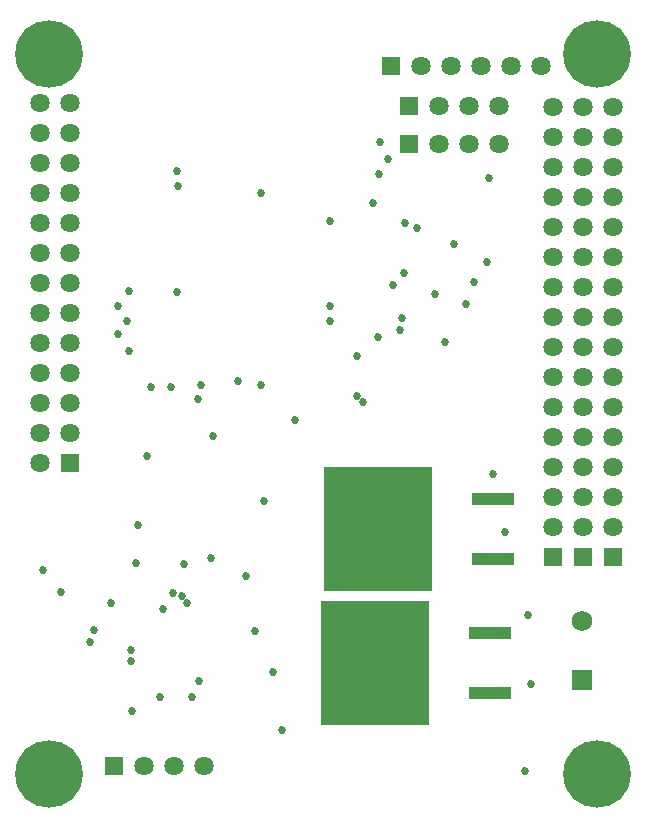
<source format=gbs>
G04*
G04 #@! TF.GenerationSoftware,Altium Limited,Altium Designer,20.1.14 (287)*
G04*
G04 Layer_Color=16711935*
%FSLAX24Y24*%
%MOIN*%
G70*
G04*
G04 #@! TF.SameCoordinates,D1A17965-E816-498F-87AB-38A2C5CE3A16*
G04*
G04*
G04 #@! TF.FilePolarity,Negative*
G04*
G01*
G75*
%ADD81C,0.0641*%
%ADD82R,0.0641X0.0641*%
%ADD83R,0.0641X0.0641*%
%ADD84C,0.0680*%
%ADD85R,0.0680X0.0680*%
%ADD86C,0.2250*%
%ADD87C,0.0270*%
%ADD101R,0.1428X0.0424*%
%ADD102R,0.3593X0.4125*%
D81*
X30050Y34900D02*
D03*
X29050D02*
D03*
X28050D02*
D03*
X27050D02*
D03*
X26050D02*
D03*
X32458Y33504D02*
D03*
Y32504D02*
D03*
Y31504D02*
D03*
Y30504D02*
D03*
Y29504D02*
D03*
Y28504D02*
D03*
Y27504D02*
D03*
Y26504D02*
D03*
Y25504D02*
D03*
Y24504D02*
D03*
Y23504D02*
D03*
Y22504D02*
D03*
Y21504D02*
D03*
Y20504D02*
D03*
Y19504D02*
D03*
X31458Y33504D02*
D03*
Y32504D02*
D03*
Y31504D02*
D03*
Y30504D02*
D03*
Y29504D02*
D03*
Y28504D02*
D03*
Y27504D02*
D03*
Y26504D02*
D03*
Y25504D02*
D03*
Y24504D02*
D03*
Y23504D02*
D03*
Y22504D02*
D03*
Y21504D02*
D03*
Y20504D02*
D03*
Y19504D02*
D03*
X30458Y33504D02*
D03*
Y32504D02*
D03*
Y31504D02*
D03*
Y30504D02*
D03*
Y29504D02*
D03*
Y28504D02*
D03*
Y27504D02*
D03*
Y26504D02*
D03*
Y25504D02*
D03*
Y24504D02*
D03*
Y23504D02*
D03*
Y22504D02*
D03*
Y21504D02*
D03*
Y20504D02*
D03*
Y19504D02*
D03*
X26650Y33550D02*
D03*
X27650D02*
D03*
X28650D02*
D03*
X13350Y21650D02*
D03*
X14350Y22650D02*
D03*
X13350D02*
D03*
X14350Y23650D02*
D03*
X13350D02*
D03*
X14350Y24650D02*
D03*
X13350D02*
D03*
X14350Y25650D02*
D03*
X13350D02*
D03*
X14350Y26650D02*
D03*
X13350D02*
D03*
X14350Y27650D02*
D03*
X13350D02*
D03*
X14350Y28650D02*
D03*
X13350D02*
D03*
X14350Y29650D02*
D03*
X13350D02*
D03*
X14350Y30650D02*
D03*
X13350D02*
D03*
X14350Y31650D02*
D03*
X13350D02*
D03*
X14350Y32650D02*
D03*
X13350D02*
D03*
X14350Y33650D02*
D03*
X13350D02*
D03*
X18800Y11550D02*
D03*
X17800D02*
D03*
X16800D02*
D03*
X28650Y32300D02*
D03*
X27650D02*
D03*
X26650D02*
D03*
D82*
X25050Y34900D02*
D03*
X25650Y33550D02*
D03*
X15800Y11550D02*
D03*
X25650Y32300D02*
D03*
D83*
X32458Y18504D02*
D03*
X31458D02*
D03*
X30458D02*
D03*
X14350Y21650D02*
D03*
D84*
X31400Y16384D02*
D03*
D85*
Y14416D02*
D03*
D86*
X31900Y11300D02*
D03*
Y35300D02*
D03*
X13650D02*
D03*
Y11300D02*
D03*
D87*
X17950Y30900D02*
D03*
X16300Y25400D02*
D03*
X15950Y25950D02*
D03*
X24650Y31300D02*
D03*
X24604Y25857D02*
D03*
X18700Y24250D02*
D03*
X20700D02*
D03*
X23000Y26400D02*
D03*
X19950Y24386D02*
D03*
X23900Y25216D02*
D03*
X18627Y23773D02*
D03*
X15929Y26898D02*
D03*
X17909Y31398D02*
D03*
X24445Y30317D02*
D03*
X25350Y26100D02*
D03*
X17700Y24200D02*
D03*
X17900Y27350D02*
D03*
X22997Y29703D02*
D03*
X16300Y27400D02*
D03*
X23000Y26900D02*
D03*
X16250Y26400D02*
D03*
X20700Y30650D02*
D03*
X25925Y29500D02*
D03*
X25506Y29644D02*
D03*
X27140Y28965D02*
D03*
X27800Y27700D02*
D03*
X17779Y17321D02*
D03*
X17450Y16800D02*
D03*
X16376Y15415D02*
D03*
X18259Y17000D02*
D03*
X16363Y15061D02*
D03*
X18073Y17227D02*
D03*
X17050Y24200D02*
D03*
X16600Y19600D02*
D03*
X16900Y21900D02*
D03*
X15700Y17000D02*
D03*
X14050Y17350D02*
D03*
X19050Y18500D02*
D03*
X18150Y18300D02*
D03*
X24692Y32359D02*
D03*
X24950Y31800D02*
D03*
X13450Y18100D02*
D03*
X28302Y31152D02*
D03*
X16400Y13400D02*
D03*
X28250Y28350D02*
D03*
X28450Y21300D02*
D03*
X28850Y19350D02*
D03*
X29600Y16600D02*
D03*
X29700Y14300D02*
D03*
X29500Y11400D02*
D03*
X25100Y27600D02*
D03*
X27550Y26950D02*
D03*
X25400Y26500D02*
D03*
X26850Y25700D02*
D03*
X25474Y27999D02*
D03*
X26499Y27301D02*
D03*
X23900Y23900D02*
D03*
X21850Y23097D02*
D03*
X19100Y22550D02*
D03*
X20800Y20400D02*
D03*
X24110Y23700D02*
D03*
X20200Y17900D02*
D03*
X16541Y18324D02*
D03*
X15013Y15689D02*
D03*
X17350Y13850D02*
D03*
X21103Y14698D02*
D03*
X18654Y14371D02*
D03*
X20500Y16050D02*
D03*
X21400Y12750D02*
D03*
X18400Y13850D02*
D03*
X15130Y16088D02*
D03*
D101*
X28339Y16000D02*
D03*
Y14000D02*
D03*
X28439Y20450D02*
D03*
Y18450D02*
D03*
D102*
X24500Y15000D02*
D03*
X24600Y19450D02*
D03*
M02*

</source>
